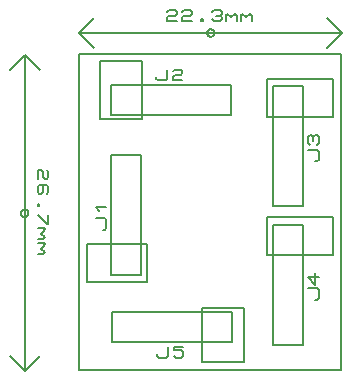
<source format=gbr>
G04 PROTEUS GERBER X2 FILE*
%TF.GenerationSoftware,Labcenter,Proteus,8.12-SP2-Build31155*%
%TF.CreationDate,2022-11-29T14:37:22+00:00*%
%TF.FileFunction,Legend,Top*%
%TF.FilePolarity,Positive*%
%TF.Part,Single*%
%TF.SameCoordinates,{cdb8bdd9-3100-4a82-a298-9d7ddda5625f}*%
%FSLAX45Y45*%
%MOMM*%
G01*
%TA.AperFunction,NonMaterial*%
%ADD14C,0.203200*%
%TA.AperFunction,Material*%
%ADD16C,0.203200*%
%TA.AperFunction,Profile*%
%ADD15C,0.203200*%
%TD.AperFunction*%
D14*
X-4550000Y+4060000D02*
X-2320000Y+4060000D01*
X-4550000Y+4060000D02*
X-4423000Y+3933000D01*
X-4550000Y+4060000D02*
X-4423000Y+4187000D01*
X-2320000Y+4060000D02*
X-2447000Y+4187000D01*
X-2320000Y+4060000D02*
X-2447000Y+3933000D01*
X-3403250Y+4060000D02*
X-3403359Y+4062634D01*
X-3404249Y+4067903D01*
X-3406111Y+4073172D01*
X-3409154Y+4078441D01*
X-3413809Y+4083643D01*
X-3419078Y+4087469D01*
X-3424347Y+4089909D01*
X-3429616Y+4091290D01*
X-3434885Y+4091750D01*
X-3435000Y+4091750D01*
X-3466750Y+4060000D02*
X-3466641Y+4062634D01*
X-3465751Y+4067903D01*
X-3463889Y+4073172D01*
X-3460846Y+4078441D01*
X-3456191Y+4083643D01*
X-3450922Y+4087469D01*
X-3445653Y+4089909D01*
X-3440384Y+4091290D01*
X-3435115Y+4091750D01*
X-3435000Y+4091750D01*
X-3466750Y+4060000D02*
X-3466641Y+4057366D01*
X-3465751Y+4052097D01*
X-3463889Y+4046828D01*
X-3460846Y+4041559D01*
X-3456191Y+4036357D01*
X-3450922Y+4032531D01*
X-3445653Y+4030091D01*
X-3440384Y+4028710D01*
X-3435115Y+4028250D01*
X-3435000Y+4028250D01*
X-3403250Y+4060000D02*
X-3403359Y+4057366D01*
X-3404249Y+4052097D01*
X-3406111Y+4046828D01*
X-3409154Y+4041559D01*
X-3413809Y+4036357D01*
X-3419078Y+4032531D01*
X-3424347Y+4030091D01*
X-3429616Y+4028710D01*
X-3434885Y+4028250D01*
X-3435000Y+4028250D01*
X-3800125Y+4236840D02*
X-3784250Y+4252080D01*
X-3736625Y+4252080D01*
X-3720750Y+4236840D01*
X-3720750Y+4221600D01*
X-3736625Y+4206360D01*
X-3784250Y+4206360D01*
X-3800125Y+4191120D01*
X-3800125Y+4160640D01*
X-3720750Y+4160640D01*
X-3673125Y+4236840D02*
X-3657250Y+4252080D01*
X-3609625Y+4252080D01*
X-3593750Y+4236840D01*
X-3593750Y+4221600D01*
X-3609625Y+4206360D01*
X-3657250Y+4206360D01*
X-3673125Y+4191120D01*
X-3673125Y+4160640D01*
X-3593750Y+4160640D01*
X-3514375Y+4175880D02*
X-3498500Y+4175880D01*
X-3498500Y+4160640D01*
X-3514375Y+4160640D01*
X-3514375Y+4175880D01*
X-3419125Y+4236840D02*
X-3403250Y+4252080D01*
X-3355625Y+4252080D01*
X-3339750Y+4236840D01*
X-3339750Y+4221600D01*
X-3355625Y+4206360D01*
X-3339750Y+4191120D01*
X-3339750Y+4175880D01*
X-3355625Y+4160640D01*
X-3403250Y+4160640D01*
X-3419125Y+4175880D01*
X-3387375Y+4206360D02*
X-3355625Y+4206360D01*
X-3308000Y+4160640D02*
X-3308000Y+4221600D01*
X-3308000Y+4206360D02*
X-3292125Y+4221600D01*
X-3260375Y+4191120D01*
X-3228625Y+4221600D01*
X-3212750Y+4206360D01*
X-3212750Y+4160640D01*
X-3181000Y+4160640D02*
X-3181000Y+4221600D01*
X-3181000Y+4206360D02*
X-3165125Y+4221600D01*
X-3133375Y+4191120D01*
X-3101625Y+4221600D01*
X-3085750Y+4206360D01*
X-3085750Y+4160640D01*
X-5010000Y+3870000D02*
X-5010000Y+1200000D01*
X-5010000Y+3870000D02*
X-5137000Y+3743000D01*
X-5010000Y+3870000D02*
X-4883000Y+3743000D01*
X-5010000Y+1200000D02*
X-4883000Y+1327000D01*
X-5010000Y+1200000D02*
X-5137000Y+1327000D01*
X-4978250Y+2535000D02*
X-4978359Y+2537634D01*
X-4979249Y+2542903D01*
X-4981111Y+2548172D01*
X-4984154Y+2553441D01*
X-4988809Y+2558643D01*
X-4994078Y+2562469D01*
X-4999347Y+2564909D01*
X-5004616Y+2566290D01*
X-5009885Y+2566750D01*
X-5010000Y+2566750D01*
X-5041750Y+2535000D02*
X-5041641Y+2537634D01*
X-5040751Y+2542903D01*
X-5038889Y+2548172D01*
X-5035846Y+2553441D01*
X-5031191Y+2558643D01*
X-5025922Y+2562469D01*
X-5020653Y+2564909D01*
X-5015384Y+2566290D01*
X-5010115Y+2566750D01*
X-5010000Y+2566750D01*
X-5041750Y+2535000D02*
X-5041641Y+2532366D01*
X-5040751Y+2527097D01*
X-5038889Y+2521828D01*
X-5035846Y+2516559D01*
X-5031191Y+2511357D01*
X-5025922Y+2507531D01*
X-5020653Y+2505091D01*
X-5015384Y+2503710D01*
X-5010115Y+2503250D01*
X-5010000Y+2503250D01*
X-4978250Y+2535000D02*
X-4978359Y+2532366D01*
X-4979249Y+2527097D01*
X-4981111Y+2521828D01*
X-4984154Y+2516559D01*
X-4988809Y+2511357D01*
X-4994078Y+2507531D01*
X-4999347Y+2505091D01*
X-5004616Y+2503710D01*
X-5009885Y+2503250D01*
X-5010000Y+2503250D01*
X-4823160Y+2900125D02*
X-4807920Y+2884250D01*
X-4807920Y+2836625D01*
X-4823160Y+2820750D01*
X-4838400Y+2820750D01*
X-4853640Y+2836625D01*
X-4853640Y+2884250D01*
X-4868880Y+2900125D01*
X-4899360Y+2900125D01*
X-4899360Y+2820750D01*
X-4823160Y+2693750D02*
X-4807920Y+2709625D01*
X-4807920Y+2757250D01*
X-4823160Y+2773125D01*
X-4884120Y+2773125D01*
X-4899360Y+2757250D01*
X-4899360Y+2709625D01*
X-4884120Y+2693750D01*
X-4868880Y+2693750D01*
X-4853640Y+2709625D01*
X-4853640Y+2773125D01*
X-4884120Y+2614375D02*
X-4884120Y+2598500D01*
X-4899360Y+2598500D01*
X-4899360Y+2614375D01*
X-4884120Y+2614375D01*
X-4807920Y+2519125D02*
X-4807920Y+2439750D01*
X-4823160Y+2439750D01*
X-4899360Y+2519125D01*
X-4899360Y+2408000D02*
X-4838400Y+2408000D01*
X-4853640Y+2408000D02*
X-4838400Y+2392125D01*
X-4868880Y+2360375D01*
X-4838400Y+2328625D01*
X-4853640Y+2312750D01*
X-4899360Y+2312750D01*
X-4899360Y+2281000D02*
X-4838400Y+2281000D01*
X-4853640Y+2281000D02*
X-4838400Y+2265125D01*
X-4868880Y+2233375D01*
X-4838400Y+2201625D01*
X-4853640Y+2185750D01*
X-4899360Y+2185750D01*
D16*
X-4277000Y+2013000D02*
X-4023000Y+2013000D01*
X-4023000Y+3029000D01*
X-4277000Y+3029000D01*
X-4277000Y+2013000D01*
X-4348120Y+2394000D02*
X-4332880Y+2394000D01*
X-4317640Y+2409875D01*
X-4317640Y+2473375D01*
X-4332880Y+2489250D01*
X-4409080Y+2489250D01*
X-4378600Y+2552750D02*
X-4409080Y+2584500D01*
X-4317640Y+2584500D01*
X-4277000Y+3363000D02*
X-3261000Y+3363000D01*
X-3261000Y+3617000D01*
X-4277000Y+3617000D01*
X-4277000Y+3363000D01*
X-3896000Y+3688120D02*
X-3896000Y+3672880D01*
X-3880125Y+3657640D01*
X-3816625Y+3657640D01*
X-3800750Y+3672880D01*
X-3800750Y+3749080D01*
X-3753125Y+3733840D02*
X-3737250Y+3749080D01*
X-3689625Y+3749080D01*
X-3673750Y+3733840D01*
X-3673750Y+3718600D01*
X-3689625Y+3703360D01*
X-3737250Y+3703360D01*
X-3753125Y+3688120D01*
X-3753125Y+3657640D01*
X-3673750Y+3657640D01*
X-2907000Y+2591000D02*
X-2653000Y+2591000D01*
X-2653000Y+3607000D01*
X-2907000Y+3607000D01*
X-2907000Y+2591000D01*
X-2551400Y+2972000D02*
X-2536160Y+2972000D01*
X-2520920Y+2987875D01*
X-2520920Y+3051375D01*
X-2536160Y+3067250D01*
X-2612360Y+3067250D01*
X-2597120Y+3114875D02*
X-2612360Y+3130750D01*
X-2612360Y+3178375D01*
X-2597120Y+3194250D01*
X-2581880Y+3194250D01*
X-2566640Y+3178375D01*
X-2551400Y+3194250D01*
X-2536160Y+3194250D01*
X-2520920Y+3178375D01*
X-2520920Y+3130750D01*
X-2536160Y+3114875D01*
X-2566640Y+3146625D02*
X-2566640Y+3178375D01*
X-2907000Y+1421000D02*
X-2653000Y+1421000D01*
X-2653000Y+2437000D01*
X-2907000Y+2437000D01*
X-2907000Y+1421000D01*
X-2551400Y+1802000D02*
X-2536160Y+1802000D01*
X-2520920Y+1817875D01*
X-2520920Y+1881375D01*
X-2536160Y+1897250D01*
X-2612360Y+1897250D01*
X-2551400Y+2024250D02*
X-2551400Y+1929000D01*
X-2612360Y+1992500D01*
X-2520920Y+1992500D01*
X-4269000Y+1443000D02*
X-3253000Y+1443000D01*
X-3253000Y+1697000D01*
X-4269000Y+1697000D01*
X-4269000Y+1443000D01*
X-3888000Y+1341400D02*
X-3888000Y+1326160D01*
X-3872125Y+1310920D01*
X-3808625Y+1310920D01*
X-3792750Y+1326160D01*
X-3792750Y+1402360D01*
X-3665750Y+1402360D02*
X-3745125Y+1402360D01*
X-3745125Y+1371880D01*
X-3681625Y+1371880D01*
X-3665750Y+1356640D01*
X-3665750Y+1326160D01*
X-3681625Y+1310920D01*
X-3729250Y+1310920D01*
X-3745125Y+1326160D01*
D15*
X-4550000Y+1210000D02*
X-2330000Y+1210000D01*
X-2330000Y+3881740D01*
X-4550000Y+3881740D01*
X-4550000Y+1210000D01*
D16*
X-4370000Y+3330000D02*
X-4020000Y+3330000D01*
X-4020000Y+3820000D01*
X-4370000Y+3820000D01*
X-4370000Y+3330000D01*
X-4481740Y+1950000D02*
X-3970000Y+1950000D01*
X-3970000Y+2270000D01*
X-4481740Y+2270000D01*
X-4481740Y+1950000D01*
X-3510000Y+1270000D02*
X-3150000Y+1270000D01*
X-3150000Y+1730000D01*
X-3510000Y+1730000D01*
X-3510000Y+1270000D01*
X-2960000Y+2180000D02*
X-2398260Y+2180000D01*
X-2398260Y+2500000D01*
X-2960000Y+2500000D01*
X-2960000Y+2180000D01*
X-2960000Y+3350000D02*
X-2398260Y+3350000D01*
X-2398260Y+3670000D01*
X-2960000Y+3670000D01*
X-2960000Y+3350000D01*
M02*

</source>
